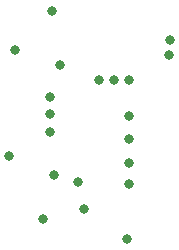
<source format=gbs>
G04*
G04 #@! TF.GenerationSoftware,Altium Limited,Altium Designer,21.3.2 (30)*
G04*
G04 Layer_Color=16711935*
%FSLAX44Y44*%
%MOMM*%
G71*
G04*
G04 #@! TF.SameCoordinates,B60BEB59-0ECC-4B8A-8E76-113AF4395072*
G04*
G04*
G04 #@! TF.FilePolarity,Negative*
G04*
G01*
G75*
%ADD39C,0.8032*%
D39*
X77185Y133838D02*
D03*
Y148852D02*
D03*
Y163830D02*
D03*
X118110Y177800D02*
D03*
X130810D02*
D03*
X143510D02*
D03*
Y147320D02*
D03*
Y128270D02*
D03*
Y107950D02*
D03*
Y89911D02*
D03*
X100330Y91440D02*
D03*
X80010Y97790D02*
D03*
X85090Y190500D02*
D03*
X105410Y68580D02*
D03*
X70790Y60035D02*
D03*
X178077Y199446D02*
D03*
X178363Y211810D02*
D03*
X42268Y113609D02*
D03*
X47433Y203694D02*
D03*
X78387Y236830D02*
D03*
X142240Y43180D02*
D03*
M02*

</source>
